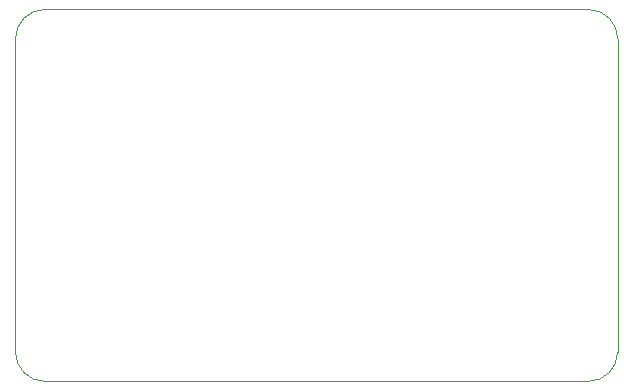
<source format=gm1>
G04 #@! TF.GenerationSoftware,KiCad,Pcbnew,8.0.6*
G04 #@! TF.CreationDate,2025-01-26T18:36:01-05:00*
G04 #@! TF.ProjectId,Mic_Board_Omni_NEW,4d69635f-426f-4617-9264-5f4f6d6e695f,rev?*
G04 #@! TF.SameCoordinates,Original*
G04 #@! TF.FileFunction,Profile,NP*
%FSLAX46Y46*%
G04 Gerber Fmt 4.6, Leading zero omitted, Abs format (unit mm)*
G04 Created by KiCad (PCBNEW 8.0.6) date 2025-01-26 18:36:01*
%MOMM*%
%LPD*%
G01*
G04 APERTURE LIST*
G04 #@! TA.AperFunction,Profile*
%ADD10C,0.050000*%
G04 #@! TD*
G04 APERTURE END LIST*
D10*
X179230500Y-94900002D02*
X179230500Y-68400002D01*
X179230500Y-94900002D02*
G75*
G02*
X176730500Y-97400000I-2500000J2D01*
G01*
X130730500Y-97400002D02*
X176730500Y-97400002D01*
X130730500Y-97400002D02*
G75*
G02*
X128230498Y-94900002I0J2500002D01*
G01*
X176730500Y-65900002D02*
G75*
G02*
X179230498Y-68400002I0J-2499998D01*
G01*
X128230500Y-68400002D02*
G75*
G02*
X130730500Y-65900000I2500000J2D01*
G01*
X176730500Y-65900002D02*
X130730500Y-65900002D01*
X128230500Y-68400002D02*
X128230500Y-94900002D01*
M02*

</source>
